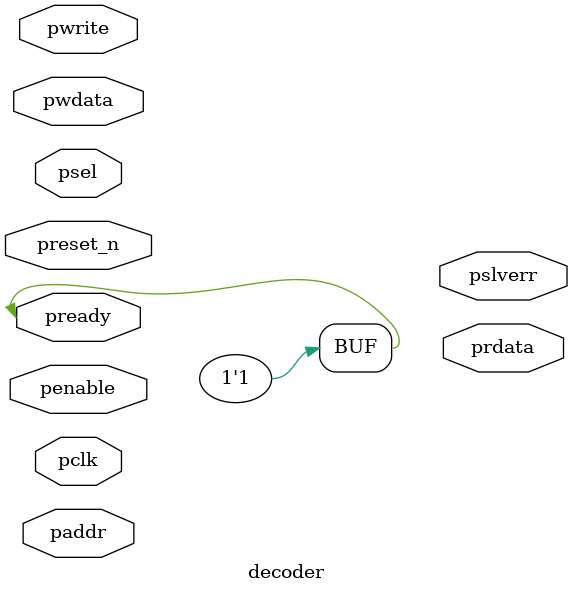
<source format=v>
module decoder(
input  [7:0] paddr, pwdata,
input  pclk, preset_n, psel, penable, pwrite,
output reg [7:0] prdata,
input  pready,
output reg pslverr
);
//paremeter
//8bits -32bits ->parameter


assign pready=1'b1;
reg [7:0] select_reg;
reg [7:0] reg_A, reg_B, reg_C, reg_D, reg_E, reg_F, reg_G, reg_H;

// Decoder
always @(paddr) begin
  case(paddr)
    8'h00: select_reg=8'b0000_0001; //A_register
    8'h01: select_reg=8'b0000_0010; //B_register
    8'h02: select_reg=8'b0000_0100; //C_register
    8'h03: select_reg=8'b0000_1000;
    8'h04: select_reg=8'b0001_0000;
    8'h05: select_reg=8'b0010_0000;
    8'h06: select_reg=8'b0100_0000;
    8'h07: select_reg=8'b1000_0000; //H_register
  default:
           select_reg=8'b0000_0000;
  endcase
end


//A_register
always @(posedge pclk or negedge preset_n) begin
  if(!preset_n)
    reg_A<=8'h00;
  else
    begin
        if(psel && penable && pwrite && pready && select_reg[0])
          reg_A<= pwdata;
        else
          reg_A<= reg_A;
    end
end
//B_register
always @(posedge pclk or negedge preset_n) begin
  if(!preset_n)
    reg_B<=8'h00;
  else
    begin
        if(psel && penable && pwrite && pready && select_reg[1])
          reg_B<= pwdata;
        else
          reg_B<= reg_B;
    end
end


//C_register
always @(posedge pclk or negedge preset_n) begin
  if(!preset_n)
    reg_C<=8'h00;
  else
    begin
        if(psel && penable && pwrite && pready && select_reg[2])
          reg_C<= pwdata;
        else
          reg_C<= reg_C;
    end
end

//D_register
always @(posedge pclk or negedge preset_n) begin
  if(!preset_n)
    reg_D<=8'h00;
  else
    begin
        if(psel && penable && pwrite && pready && select_reg[3])
          reg_D<= pwdata;
        else
	  reg_D<= reg_D;
   end
end

//E_register
always @(posedge pclk or negedge preset_n) begin
  if(!preset_n)
    reg_E<=8'h00;
  else
    begin
        if(psel && penable && pwrite && pready && select_reg[4])
          reg_E<= pwdata;
        else
          reg_E<= reg_E;
    end
end

//F_register
always @(posedge pclk or negedge preset_n) begin
  if(!preset_n)
    reg_F<=8'h00;
  else
    begin
        if(psel && penable && pwrite && pready && select_reg[5])
          reg_F<= pwdata;
        else
          reg_F<= reg_F;
    end
end

//G_register
always @(posedge pclk or negedge preset_n) begin
  if(!preset_n)
    reg_G<=8'h00;
  else
    begin
    if(psel && penable && pwrite && pready && select_reg[6])
          reg_G<= pwdata;
        else
          reg_G<= reg_G;
    end
end

//H_register
always @(posedge pclk or negedge preset_n) begin
  if(!preset_n)
    reg_H<=8'h00;
  else
    begin
        if(psel && penable && pwrite && pready && select_reg[7])
          reg_H<= pwdata;
        else
          reg_H<= reg_H;
    end
end

endmodule



</source>
